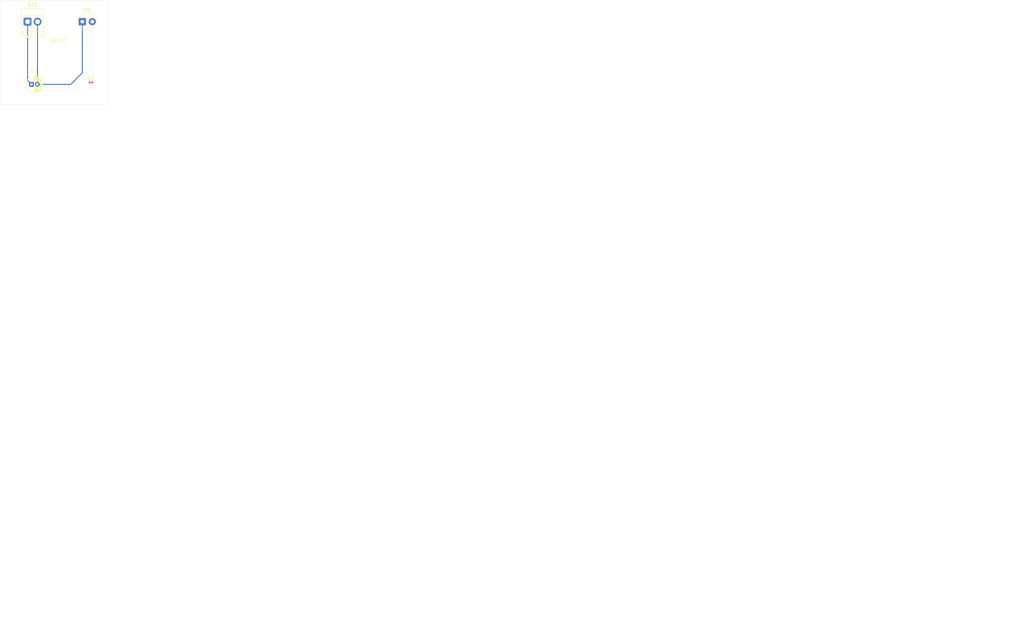
<source format=kicad_pcb>
(kicad_pcb (version 20241229) (generator "pcbnew") (generator_version "9.0")
  (title_block (title "RC Circuit") (date "2025-12-14") (rev "0") (company "FF Tronics®"))
  (layers (0 "F.Cu" signal) (2 "B.Cu" signal) (13 "F.Paste" user) (15 "B.Paste" user) (5 "F.SilkS" user "F.Silkscreen") (7 "B.SilkS" user "B.Silkscreen") (1 "F.Mask" user) (3 "B.Mask" user) (25 "Edge.Cuts" user))
  (net 0 "")
  (net 1 "Net-(BT1-+)")
  (net 2 "GND")
  (net 3 "Net-(D1-A)")
  (footprint "TerminalBlock:TerminalBlock_Xinya_XY308-2.54-2P_1x02_P2.54mm_Horizontal" (layer "F.Cu") (at 223 137.5)
    (property "Reference" "BT1" (at 1.27 -4.22 0) (layer "F.SilkS"))
    (property "Value" "12V")
    (fp_line (start -1.64 -3.22) (end 4.18 -3.22) (stroke (width 0.12)) (layer "F.SilkS") (net 1))
    (fp_line (start -1.64 -1.5) (end 4.18 -1.5) (stroke (width 0.12)) (layer "F.SilkS") (net 1))
    (fp_line (start -1.64 1.6) (end 4.18 1.6) (stroke (width 0.12)) (layer "F.SilkS") (net 1))
    (fp_line (start -1.64 2.6) (end 4.18 2.6) (stroke (width 0.12)) (layer "F.SilkS") (net 1))
    (fp_line (start -1.64 3.52) (end -1.64 -3.22) (stroke (width 0.12)) (layer "F.SilkS") (net 1))
    (fp_line (start -0.3 3.52) (end -1.64 3.52) (stroke (width 0.12)) (layer "F.SilkS") (net 1))
    (fp_line (start 4.18 -3.22) (end 4.18 3.52) (stroke (width 0.12)) (layer "F.SilkS") (net 1))
    (fp_line (start 4.18 3.52) (end 0.3 3.52) (stroke (width 0.12)) (layer "F.SilkS") (net 1))
    (fp_poly (pts (xy 0 3.52) (xy 0.44 4.13) (xy -0.44 4.13)) (stroke (width 0.12)) (fill yes) (layer "F.SilkS") (net 1))
    (pad "1" thru_hole roundrect (at 0 0) (size 2 2) (drill 1.2) (layers "*.Cu" "*.Mask") (roundrect_rratio 0.125) (net 1 "Net-(BT1-+)"))
    (pad "2" thru_hole circle (at 2.54 0) (size 2 2) (drill 1.2) (layers "*.Cu" "*.Mask") (net 2 "GND"))
  )
  (footprint "Resistor_SMD:R_0201_0603Metric" (layer "F.Cu") (at 239.155 153)
    (property "Reference" "R1" (at 0 -1.05 0) (layer "F.SilkS"))
    (property "Value" "1k")
    (pad "1" smd roundrect (at -0.32 0) (size 0.46 0.4) (layers "F.Cu" "F.Mask") (net 1 "Net-(BT1-+)"))
    (pad "2" smd roundrect (at 0.32 0) (size 0.46 0.4) (layers "F.Cu" "F.Mask") (net 3 "Net-(D1-A)"))
  )
  (footprint "LED_THT:LED_Oval_W5.2mm_H3.8mm" (layer "F.Cu") (at 236.96 137.5)
    (property "Reference" "D1" (at 1.27 -2.96 0) (layer "F.SilkS"))
    (property "Value" "LED")
    (fp_line (start -1.15 -0.404) (end -1.15 0.404) (stroke (width 0.12)) (layer "F.SilkS") (net 1))
    (fp_arc (start -1.39 0) (mid 1.27 -2.050564) (end 3.93 0) (stroke (width 0.12)) (layer "F.SilkS") (net 1))
    (fp_arc (start 3.93 0) (mid 1.27 2.050564) (end -1.39 0) (stroke (width 0.12)) (layer "F.SilkS") (net 1))
    (pad "1" thru_hole rect (at 0 0) (size 1.8 1.8) (drill 0.9) (layers "*.Cu" "*.Mask") (net 2 "GND"))
    (pad "2" thru_hole circle (at 2.54 0) (size 1.8 1.8) (drill 0.9) (layers "*.Cu" "*.Mask") (net 3 "Net-(D1-A)"))
  )
  (footprint "MountingHole:MountingHole_2.1mm" (layer "F.Cu") (at 231.5 146)
    (property "Reference" "REF**" (at -0.5 -3.5 0) (layer "F.SilkS"))
    (property "Value" "MountingHole_2.1mm")
    (pad "" np_thru_hole circle (at 0 0) (size 2.1 2.1) (drill 2.1) (layers "*.Cu" "*.Mask"))
  )
  (footprint "Capacitor_THT:CP_Radial_D4.0mm_P1.50mm" (layer "F.Cu") (at 224 153.5)
    (property "Reference" "C1" (at 0.75 -3.25 0) (layer "F.SilkS"))
    (property "Value" "200uF, 25V")
    (fp_line (start -1.519801 -1.195) (end -1.119801 -1.195) (stroke (width 0.12)) (layer "F.SilkS") (net 1))
    (fp_line (start -1.319801 -1.395) (end -1.319801 -0.995) (stroke (width 0.12)) (layer "F.SilkS") (net 1))
    (fp_line (start 0.75 -2.08) (end 0.75 -0.84) (stroke (width 0.12)) (layer "F.SilkS") (net 1))
    (fp_line (start 0.75 0.84) (end 0.75 2.08) (stroke (width 0.12)) (layer "F.SilkS") (net 1))
    (fp_line (start 0.79 -2.08) (end 0.79 -0.84) (stroke (width 0.12)) (layer "F.SilkS") (net 1))
    (fp_line (start 0.79 0.84) (end 0.79 2.08) (stroke (width 0.12)) (layer "F.SilkS") (net 1))
    (fp_line (start 0.83 -2.078) (end 0.83 -0.84) (stroke (width 0.12)) (layer "F.SilkS") (net 1))
    (fp_line (start 0.83 0.84) (end 0.83 2.078) (stroke (width 0.12)) (layer "F.SilkS") (net 1))
    (fp_line (start 0.87 -2.077) (end 0.87 -0.84) (stroke (width 0.12)) (layer "F.SilkS") (net 1))
    (fp_line (start 0.87 0.84) (end 0.87 2.077) (stroke (width 0.12)) (layer "F.SilkS") (net 1))
    (fp_line (start 0.91 -2.074) (end 0.91 -0.84) (stroke (width 0.12)) (layer "F.SilkS") (net 1))
    (fp_line (start 0.91 0.84) (end 0.91 2.074) (stroke (width 0.12)) (layer "F.SilkS") (net 1))
    (fp_line (start 0.95 -2.071) (end 0.95 -0.84) (stroke (width 0.12)) (layer "F.SilkS") (net 1))
    (fp_line (start 0.95 0.84) (end 0.95 2.071) (stroke (width 0.12)) (layer "F.SilkS") (net 1))
    (fp_line (start 0.99 -2.066) (end 0.99 -0.84) (stroke (width 0.12)) (layer "F.SilkS") (net 1))
    (fp_line (start 0.99 0.84) (end 0.99 2.066) (stroke (width 0.12)) (layer "F.SilkS") (net 1))
    (fp_line (start 1.03 -2.061) (end 1.03 -0.84) (stroke (width 0.12)) (layer "F.SilkS") (net 1))
    (fp_line (start 1.03 0.84) (end 1.03 2.061) (stroke (width 0.12)) (layer "F.SilkS") (net 1))
    (fp_line (start 1.07 -2.056) (end 1.07 -0.84) (stroke (width 0.12)) (layer "F.SilkS") (net 1))
    (fp_line (start 1.07 0.84) (end 1.07 2.056) (stroke (width 0.12)) (layer "F.SilkS") (net 1))
    (fp_line (start 1.11 -2.049) (end 1.11 -0.84) (stroke (width 0.12)) (layer "F.SilkS") (net 1))
    (fp_line (start 1.11 0.84) (end 1.11 2.049) (stroke (width 0.12)) (layer "F.SilkS") (net 1))
    (fp_line (start 1.15 -2.042) (end 1.15 -0.84) (stroke (width 0.12)) (layer "F.SilkS") (net 1))
    (fp_line (start 1.15 0.84) (end 1.15 2.042) (stroke (width 0.12)) (layer "F.SilkS") (net 1))
    (fp_line (start 1.19 -2.034) (end 1.19 -0.84) (stroke (width 0.12)) (layer "F.SilkS") (net 1))
    (fp_line (start 1.19 0.84) (end 1.19 2.034) (stroke (width 0.12)) (layer "F.SilkS") (net 1))
    (fp_line (start 1.23 -2.025) (end 1.23 -0.84) (stroke (width 0.12)) (layer "F.SilkS") (net 1))
    (fp_line (start 1.23 0.84) (end 1.23 2.025) (stroke (width 0.12)) (layer "F.SilkS") (net 1))
    (fp_line (start 1.27 -2.015) (end 1.27 -0.84) (stroke (width 0.12)) (layer "F.SilkS") (net 1))
    (fp_line (start 1.27 0.84) (end 1.27 2.015) (stroke (width 0.12)) (layer "F.SilkS") (net 1))
    (fp_line (start 1.31 -2.005) (end 1.31 -0.84) (stroke (width 0.12)) (layer "F.SilkS") (net 1))
    (fp_line (start 1.31 0.84) (end 1.31 2.005) (stroke (width 0.12)) (layer "F.SilkS") (net 1))
    (fp_line (start 1.35 -1.993) (end 1.35 -0.84) (stroke (width 0.12)) (layer "F.SilkS") (net 1))
    (fp_line (start 1.35 0.84) (end 1.35 1.993) (stroke (width 0.12)) (layer "F.SilkS") (net 1))
    (fp_line (start 1.39 -1.981) (end 1.39 -0.84) (stroke (width 0.12)) (layer "F.SilkS") (net 1))
    (fp_line (start 1.39 0.84) (end 1.39 1.981) (stroke (width 0.12)) (layer "F.SilkS") (net 1))
    (fp_line (start 1.43 -1.968) (end 1.43 -0.84) (stroke (width 0.12)) (layer "F.SilkS") (net 1))
    (fp_line (start 1.43 0.84) (end 1.43 1.968) (stroke (width 0.12)) (layer "F.SilkS") (net 1))
    (fp_line (start 1.47 -1.954) (end 1.47 -0.84) (stroke (width 0.12)) (layer "F.SilkS") (net 1))
    (fp_line (start 1.47 0.84) (end 1.47 1.954) (stroke (width 0.12)) (layer "F.SilkS") (net 1))
    (fp_line (start 1.51 -1.939) (end 1.51 -0.84) (stroke (width 0.12)) (layer "F.SilkS") (net 1))
    (fp_line (start 1.51 0.84) (end 1.51 1.939) (stroke (width 0.12)) (layer "F.SilkS") (net 1))
    (fp_line (start 1.55 -1.923) (end 1.55 -0.84) (stroke (width 0.12)) (layer "F.SilkS") (net 1))
    (fp_line (start 1.55 0.84) (end 1.55 1.923) (stroke (width 0.12)) (layer "F.SilkS") (net 1))
    (fp_line (start 1.59 -1.906) (end 1.59 -0.84) (stroke (width 0.12)) (layer "F.SilkS") (net 1))
    (fp_line (start 1.59 0.84) (end 1.59 1.906) (stroke (width 0.12)) (layer "F.SilkS") (net 1))
    (fp_line (start 1.63 -1.889) (end 1.63 -0.84) (stroke (width 0.12)) (layer "F.SilkS") (net 1))
    (fp_line (start 1.63 0.84) (end 1.63 1.889) (stroke (width 0.12)) (layer "F.SilkS") (net 1))
    (fp_line (start 1.67 -1.87) (end 1.67 -0.84) (stroke (width 0.12)) (layer "F.SilkS") (net 1))
    (fp_line (start 1.67 0.84) (end 1.67 1.87) (stroke (width 0.12)) (layer "F.SilkS") (net 1))
    (fp_line (start 1.71 -1.85) (end 1.71 -0.84) (stroke (width 0.12)) (layer "F.SilkS") (net 1))
    (fp_line (start 1.71 0.84) (end 1.71 1.85) (stroke (width 0.12)) (layer "F.SilkS") (net 1))
    (fp_line (start 1.75 -1.829) (end 1.75 -0.84) (stroke (width 0.12)) (layer "F.SilkS") (net 1))
    (fp_line (start 1.75 0.84) (end 1.75 1.829) (stroke (width 0.12)) (layer "F.SilkS") (net 1))
    (fp_line (start 1.79 -1.807) (end 1.79 -0.84) (stroke (width 0.12)) (layer "F.SilkS") (net 1))
    (fp_line (start 1.79 0.84) (end 1.79 1.807) (stroke (width 0.12)) (layer "F.SilkS") (net 1))
    (fp_line (start 1.83 -1.784) (end 1.83 -0.84) (stroke (width 0.12)) (layer "F.SilkS") (net 1))
    (fp_line (start 1.83 0.84) (end 1.83 1.784) (stroke (width 0.12)) (layer "F.SilkS") (net 1))
    (fp_line (start 1.87 -1.76) (end 1.87 -0.84) (stroke (width 0.12)) (layer "F.SilkS") (net 1))
    (fp_line (start 1.87 0.84) (end 1.87 1.76) (stroke (width 0.12)) (layer "F.SilkS") (net 1))
    (fp_line (start 1.91 -1.734) (end 1.91 -0.84) (stroke (width 0.12)) (layer "F.SilkS") (net 1))
    (fp_line (start 1.91 0.84) (end 1.91 1.734) (stroke (width 0.12)) (layer "F.SilkS") (net 1))
    (fp_line (start 1.95 -1.708) (end 1.95 -0.84) (stroke (width 0.12)) (layer "F.SilkS") (net 1))
    (fp_line (start 1.95 0.84) (end 1.95 1.708) (stroke (width 0.12)) (layer "F.SilkS") (net 1))
    (fp_line (start 1.99 -1.68) (end 1.99 -0.84) (stroke (width 0.12)) (layer "F.SilkS") (net 1))
    (fp_line (start 1.99 0.84) (end 1.99 1.68) (stroke (width 0.12)) (layer "F.SilkS") (net 1))
    (fp_line (start 2.03 -1.65) (end 2.03 -0.84) (stroke (width 0.12)) (layer "F.SilkS") (net 1))
    (fp_line (start 2.03 0.84) (end 2.03 1.65) (stroke (width 0.12)) (layer "F.SilkS") (net 1))
    (fp_line (start 2.07 -1.619) (end 2.07 -0.84) (stroke (width 0.12)) (layer "F.SilkS") (net 1))
    (fp_line (start 2.07 0.84) (end 2.07 1.619) (stroke (width 0.12)) (layer "F.SilkS") (net 1))
    (fp_line (start 2.11 -1.586) (end 2.11 -0.84) (stroke (width 0.12)) (layer "F.SilkS") (net 1))
    (fp_line (start 2.11 0.84) (end 2.11 1.586) (stroke (width 0.12)) (layer "F.SilkS") (net 1))
    (fp_line (start 2.15 -1.552) (end 2.15 -0.84) (stroke (width 0.12)) (layer "F.SilkS") (net 1))
    (fp_line (start 2.15 0.84) (end 2.15 1.552) (stroke (width 0.12)) (layer "F.SilkS") (net 1))
    (fp_line (start 2.19 -1.516) (end 2.19 -0.84) (stroke (width 0.12)) (layer "F.SilkS") (net 1))
    (fp_line (start 2.19 0.84) (end 2.19 1.516) (stroke (width 0.12)) (layer "F.SilkS") (net 1))
    (fp_line (start 2.23 -1.478) (end 2.23 -0.84) (stroke (width 0.12)) (layer "F.SilkS") (net 1))
    (fp_line (start 2.23 0.84) (end 2.23 1.478) (stroke (width 0.12)) (layer "F.SilkS") (net 1))
    (fp_line (start 2.27 -1.438) (end 2.27 -0.84) (stroke (width 0.12)) (layer "F.SilkS") (net 1))
    (fp_line (start 2.27 0.84) (end 2.27 1.438) (stroke (width 0.12)) (layer "F.SilkS") (net 1))
    (fp_line (start 2.31 -1.396) (end 2.31 -0.84) (stroke (width 0.12)) (layer "F.SilkS") (net 1))
    (fp_line (start 2.31 0.84) (end 2.31 1.396) (stroke (width 0.12)) (layer "F.SilkS") (net 1))
    (fp_line (start 2.35 -1.351) (end 2.35 1.351) (stroke (width 0.12)) (layer "F.SilkS") (net 1))
    (fp_line (start 2.39 -1.303) (end 2.39 1.303) (stroke (width 0.12)) (layer "F.SilkS") (net 1))
    (fp_line (start 2.43 -1.253) (end 2.43 1.253) (stroke (width 0.12)) (layer "F.SilkS") (net 1))
    (fp_line (start 2.47 -1.199) (end 2.47 1.199) (stroke (width 0.12)) (layer "F.SilkS") (net 1))
    (fp_line (start 2.51 -1.142) (end 2.51 1.142) (stroke (width 0.12)) (layer "F.SilkS") (net 1))
    (fp_line (start 2.55 -1.08) (end 2.55 1.08) (stroke (width 0.12)) (layer "F.SilkS") (net 1))
    (fp_line (start 2.59 -1.013) (end 2.59 1.013) (stroke (width 0.12)) (layer "F.SilkS") (net 1))
    (fp_line (start 2.63 -0.94) (end 2.63 0.94) (stroke (width 0.12)) (layer "F.SilkS") (net 1))
    (fp_line (start 2.67 -0.859) (end 2.67 0.859) (stroke (width 0.12)) (layer "F.SilkS") (net 1))
    (fp_line (start 2.71 -0.768) (end 2.71 0.768) (stroke (width 0.12)) (layer "F.SilkS") (net 1))
    (fp_line (start 2.75 -0.663) (end 2.75 0.663) (stroke (width 0.12)) (layer "F.SilkS") (net 1))
    (fp_line (start 2.79 -0.537) (end 2.79 0.537) (stroke (width 0.12)) (layer "F.SilkS") (net 1))
    (fp_line (start 2.83 -0.37) (end 2.83 0.37) (stroke (width 0.12)) (layer "F.SilkS") (net 1))
    (fp_circle (center 0.75 0) (end 2.87 0) (stroke (width 0.12)) (fill no) (layer "F.SilkS") (net 1))
    (pad "1" thru_hole roundrect (at 0 0) (size 1.2 1.2) (drill 0.6) (layers "*.Cu" "*.Mask") (roundrect_rratio 0.208333) (net 1 "Net-(BT1-+)"))
    (pad "2" thru_hole circle (at 1.5 0) (size 1.2 1.2) (drill 0.6) (layers "*.Cu" "*.Mask") (net 2 "GND"))
  )
  (gr_rect (start 216 132) (end 243.5 158.5) (stroke (width 0.05)) (fill no) (layer "Edge.Cuts"))
  (segment (start 238.835 153) (end 238.835 153.665) (width 0.01) (layer "F.Cu") (net 1))
  (segment (start 238.835 153.665) (end 238 154.5) (width 0.01) (layer "F.Cu") (net 1))
  (segment (start 225 154.5) (end 224 153.5) (width 0.01) (layer "F.Cu") (net 1))
  (segment (start 238 154.5) (end 225 154.5) (width 0.01) (layer "F.Cu") (net 1))
  (segment (start 223 152.5) (end 224 153.5) (width 0.25) (layer "B.Cu") (net 1))
  (segment (start 223 137.5) (end 223 152.5) (width 0.25) (layer "B.Cu") (net 1))
  (segment (start 225.54 137.5) (end 225.54 153.46) (width 0.25) (layer "B.Cu") (net 2))
  (segment (start 225.54 153.46) (end 225.5 153.5) (width 0.25) (layer "B.Cu") (net 2))
  (segment (start 225.5 153.5) (end 234 153.5) (width 0.25) (layer "B.Cu") (net 2))
  (segment (start 236.96 150.54) (end 236.96 137.5) (width 0.25) (layer "B.Cu") (net 2))
  (segment (start 234 153.5) (end 236.96 150.54) (width 0.25) (layer "B.Cu") (net 2))
  (segment (start 239.475 137.525) (end 239.5 137.5) (width 0.01) (layer "F.Cu") (net 3))
  (segment (start 239.475 153) (end 239.475 137.525) (width 0.01) (layer "F.Cu") (net 3))
)
</source>
